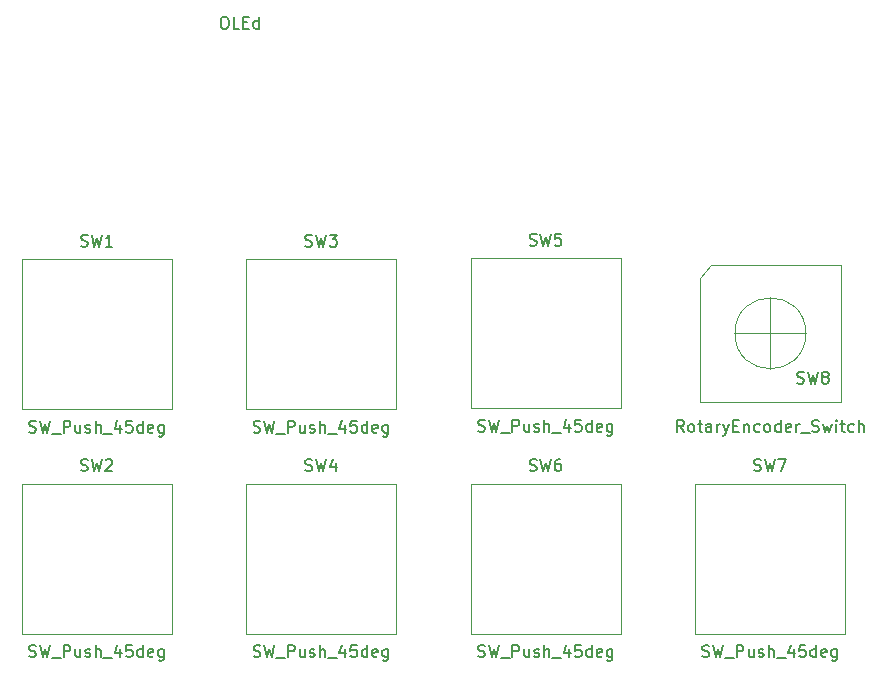
<source format=gbr>
G04 #@! TF.GenerationSoftware,KiCad,Pcbnew,8.0.5*
G04 #@! TF.CreationDate,2024-10-21T21:06:57-07:00*
G04 #@! TF.ProjectId,hackpad,6861636b-7061-4642-9e6b-696361645f70,rev?*
G04 #@! TF.SameCoordinates,Original*
G04 #@! TF.FileFunction,AssemblyDrawing,Top*
%FSLAX46Y46*%
G04 Gerber Fmt 4.6, Leading zero omitted, Abs format (unit mm)*
G04 Created by KiCad (PCBNEW 8.0.5) date 2024-10-21 21:06:57*
%MOMM*%
%LPD*%
G01*
G04 APERTURE LIST*
%ADD10C,0.150000*%
%ADD11C,0.100000*%
%ADD12C,0.120000*%
G04 APERTURE END LIST*
D10*
X252795714Y-159311200D02*
X252938571Y-159358819D01*
X252938571Y-159358819D02*
X253176666Y-159358819D01*
X253176666Y-159358819D02*
X253271904Y-159311200D01*
X253271904Y-159311200D02*
X253319523Y-159263580D01*
X253319523Y-159263580D02*
X253367142Y-159168342D01*
X253367142Y-159168342D02*
X253367142Y-159073104D01*
X253367142Y-159073104D02*
X253319523Y-158977866D01*
X253319523Y-158977866D02*
X253271904Y-158930247D01*
X253271904Y-158930247D02*
X253176666Y-158882628D01*
X253176666Y-158882628D02*
X252986190Y-158835009D01*
X252986190Y-158835009D02*
X252890952Y-158787390D01*
X252890952Y-158787390D02*
X252843333Y-158739771D01*
X252843333Y-158739771D02*
X252795714Y-158644533D01*
X252795714Y-158644533D02*
X252795714Y-158549295D01*
X252795714Y-158549295D02*
X252843333Y-158454057D01*
X252843333Y-158454057D02*
X252890952Y-158406438D01*
X252890952Y-158406438D02*
X252986190Y-158358819D01*
X252986190Y-158358819D02*
X253224285Y-158358819D01*
X253224285Y-158358819D02*
X253367142Y-158406438D01*
X253700476Y-158358819D02*
X253938571Y-159358819D01*
X253938571Y-159358819D02*
X254129047Y-158644533D01*
X254129047Y-158644533D02*
X254319523Y-159358819D01*
X254319523Y-159358819D02*
X254557619Y-158358819D01*
X254700476Y-159454057D02*
X255462380Y-159454057D01*
X255700476Y-159358819D02*
X255700476Y-158358819D01*
X255700476Y-158358819D02*
X256081428Y-158358819D01*
X256081428Y-158358819D02*
X256176666Y-158406438D01*
X256176666Y-158406438D02*
X256224285Y-158454057D01*
X256224285Y-158454057D02*
X256271904Y-158549295D01*
X256271904Y-158549295D02*
X256271904Y-158692152D01*
X256271904Y-158692152D02*
X256224285Y-158787390D01*
X256224285Y-158787390D02*
X256176666Y-158835009D01*
X256176666Y-158835009D02*
X256081428Y-158882628D01*
X256081428Y-158882628D02*
X255700476Y-158882628D01*
X257129047Y-158692152D02*
X257129047Y-159358819D01*
X256700476Y-158692152D02*
X256700476Y-159215961D01*
X256700476Y-159215961D02*
X256748095Y-159311200D01*
X256748095Y-159311200D02*
X256843333Y-159358819D01*
X256843333Y-159358819D02*
X256986190Y-159358819D01*
X256986190Y-159358819D02*
X257081428Y-159311200D01*
X257081428Y-159311200D02*
X257129047Y-159263580D01*
X257557619Y-159311200D02*
X257652857Y-159358819D01*
X257652857Y-159358819D02*
X257843333Y-159358819D01*
X257843333Y-159358819D02*
X257938571Y-159311200D01*
X257938571Y-159311200D02*
X257986190Y-159215961D01*
X257986190Y-159215961D02*
X257986190Y-159168342D01*
X257986190Y-159168342D02*
X257938571Y-159073104D01*
X257938571Y-159073104D02*
X257843333Y-159025485D01*
X257843333Y-159025485D02*
X257700476Y-159025485D01*
X257700476Y-159025485D02*
X257605238Y-158977866D01*
X257605238Y-158977866D02*
X257557619Y-158882628D01*
X257557619Y-158882628D02*
X257557619Y-158835009D01*
X257557619Y-158835009D02*
X257605238Y-158739771D01*
X257605238Y-158739771D02*
X257700476Y-158692152D01*
X257700476Y-158692152D02*
X257843333Y-158692152D01*
X257843333Y-158692152D02*
X257938571Y-158739771D01*
X258414762Y-159358819D02*
X258414762Y-158358819D01*
X258843333Y-159358819D02*
X258843333Y-158835009D01*
X258843333Y-158835009D02*
X258795714Y-158739771D01*
X258795714Y-158739771D02*
X258700476Y-158692152D01*
X258700476Y-158692152D02*
X258557619Y-158692152D01*
X258557619Y-158692152D02*
X258462381Y-158739771D01*
X258462381Y-158739771D02*
X258414762Y-158787390D01*
X259081429Y-159454057D02*
X259843333Y-159454057D01*
X260510000Y-158692152D02*
X260510000Y-159358819D01*
X260271905Y-158311200D02*
X260033810Y-159025485D01*
X260033810Y-159025485D02*
X260652857Y-159025485D01*
X261510000Y-158358819D02*
X261033810Y-158358819D01*
X261033810Y-158358819D02*
X260986191Y-158835009D01*
X260986191Y-158835009D02*
X261033810Y-158787390D01*
X261033810Y-158787390D02*
X261129048Y-158739771D01*
X261129048Y-158739771D02*
X261367143Y-158739771D01*
X261367143Y-158739771D02*
X261462381Y-158787390D01*
X261462381Y-158787390D02*
X261510000Y-158835009D01*
X261510000Y-158835009D02*
X261557619Y-158930247D01*
X261557619Y-158930247D02*
X261557619Y-159168342D01*
X261557619Y-159168342D02*
X261510000Y-159263580D01*
X261510000Y-159263580D02*
X261462381Y-159311200D01*
X261462381Y-159311200D02*
X261367143Y-159358819D01*
X261367143Y-159358819D02*
X261129048Y-159358819D01*
X261129048Y-159358819D02*
X261033810Y-159311200D01*
X261033810Y-159311200D02*
X260986191Y-159263580D01*
X262414762Y-159358819D02*
X262414762Y-158358819D01*
X262414762Y-159311200D02*
X262319524Y-159358819D01*
X262319524Y-159358819D02*
X262129048Y-159358819D01*
X262129048Y-159358819D02*
X262033810Y-159311200D01*
X262033810Y-159311200D02*
X261986191Y-159263580D01*
X261986191Y-159263580D02*
X261938572Y-159168342D01*
X261938572Y-159168342D02*
X261938572Y-158882628D01*
X261938572Y-158882628D02*
X261986191Y-158787390D01*
X261986191Y-158787390D02*
X262033810Y-158739771D01*
X262033810Y-158739771D02*
X262129048Y-158692152D01*
X262129048Y-158692152D02*
X262319524Y-158692152D01*
X262319524Y-158692152D02*
X262414762Y-158739771D01*
X263271905Y-159311200D02*
X263176667Y-159358819D01*
X263176667Y-159358819D02*
X262986191Y-159358819D01*
X262986191Y-159358819D02*
X262890953Y-159311200D01*
X262890953Y-159311200D02*
X262843334Y-159215961D01*
X262843334Y-159215961D02*
X262843334Y-158835009D01*
X262843334Y-158835009D02*
X262890953Y-158739771D01*
X262890953Y-158739771D02*
X262986191Y-158692152D01*
X262986191Y-158692152D02*
X263176667Y-158692152D01*
X263176667Y-158692152D02*
X263271905Y-158739771D01*
X263271905Y-158739771D02*
X263319524Y-158835009D01*
X263319524Y-158835009D02*
X263319524Y-158930247D01*
X263319524Y-158930247D02*
X262843334Y-159025485D01*
X264176667Y-158692152D02*
X264176667Y-159501676D01*
X264176667Y-159501676D02*
X264129048Y-159596914D01*
X264129048Y-159596914D02*
X264081429Y-159644533D01*
X264081429Y-159644533D02*
X263986191Y-159692152D01*
X263986191Y-159692152D02*
X263843334Y-159692152D01*
X263843334Y-159692152D02*
X263748096Y-159644533D01*
X264176667Y-159311200D02*
X264081429Y-159358819D01*
X264081429Y-159358819D02*
X263890953Y-159358819D01*
X263890953Y-159358819D02*
X263795715Y-159311200D01*
X263795715Y-159311200D02*
X263748096Y-159263580D01*
X263748096Y-159263580D02*
X263700477Y-159168342D01*
X263700477Y-159168342D02*
X263700477Y-158882628D01*
X263700477Y-158882628D02*
X263748096Y-158787390D01*
X263748096Y-158787390D02*
X263795715Y-158739771D01*
X263795715Y-158739771D02*
X263890953Y-158692152D01*
X263890953Y-158692152D02*
X264081429Y-158692152D01*
X264081429Y-158692152D02*
X264176667Y-158739771D01*
X257176667Y-143563200D02*
X257319524Y-143610819D01*
X257319524Y-143610819D02*
X257557619Y-143610819D01*
X257557619Y-143610819D02*
X257652857Y-143563200D01*
X257652857Y-143563200D02*
X257700476Y-143515580D01*
X257700476Y-143515580D02*
X257748095Y-143420342D01*
X257748095Y-143420342D02*
X257748095Y-143325104D01*
X257748095Y-143325104D02*
X257700476Y-143229866D01*
X257700476Y-143229866D02*
X257652857Y-143182247D01*
X257652857Y-143182247D02*
X257557619Y-143134628D01*
X257557619Y-143134628D02*
X257367143Y-143087009D01*
X257367143Y-143087009D02*
X257271905Y-143039390D01*
X257271905Y-143039390D02*
X257224286Y-142991771D01*
X257224286Y-142991771D02*
X257176667Y-142896533D01*
X257176667Y-142896533D02*
X257176667Y-142801295D01*
X257176667Y-142801295D02*
X257224286Y-142706057D01*
X257224286Y-142706057D02*
X257271905Y-142658438D01*
X257271905Y-142658438D02*
X257367143Y-142610819D01*
X257367143Y-142610819D02*
X257605238Y-142610819D01*
X257605238Y-142610819D02*
X257748095Y-142658438D01*
X258081429Y-142610819D02*
X258319524Y-143610819D01*
X258319524Y-143610819D02*
X258510000Y-142896533D01*
X258510000Y-142896533D02*
X258700476Y-143610819D01*
X258700476Y-143610819D02*
X258938572Y-142610819D01*
X259224286Y-142610819D02*
X259890952Y-142610819D01*
X259890952Y-142610819D02*
X259462381Y-143610819D01*
X233795714Y-140231200D02*
X233938571Y-140278819D01*
X233938571Y-140278819D02*
X234176666Y-140278819D01*
X234176666Y-140278819D02*
X234271904Y-140231200D01*
X234271904Y-140231200D02*
X234319523Y-140183580D01*
X234319523Y-140183580D02*
X234367142Y-140088342D01*
X234367142Y-140088342D02*
X234367142Y-139993104D01*
X234367142Y-139993104D02*
X234319523Y-139897866D01*
X234319523Y-139897866D02*
X234271904Y-139850247D01*
X234271904Y-139850247D02*
X234176666Y-139802628D01*
X234176666Y-139802628D02*
X233986190Y-139755009D01*
X233986190Y-139755009D02*
X233890952Y-139707390D01*
X233890952Y-139707390D02*
X233843333Y-139659771D01*
X233843333Y-139659771D02*
X233795714Y-139564533D01*
X233795714Y-139564533D02*
X233795714Y-139469295D01*
X233795714Y-139469295D02*
X233843333Y-139374057D01*
X233843333Y-139374057D02*
X233890952Y-139326438D01*
X233890952Y-139326438D02*
X233986190Y-139278819D01*
X233986190Y-139278819D02*
X234224285Y-139278819D01*
X234224285Y-139278819D02*
X234367142Y-139326438D01*
X234700476Y-139278819D02*
X234938571Y-140278819D01*
X234938571Y-140278819D02*
X235129047Y-139564533D01*
X235129047Y-139564533D02*
X235319523Y-140278819D01*
X235319523Y-140278819D02*
X235557619Y-139278819D01*
X235700476Y-140374057D02*
X236462380Y-140374057D01*
X236700476Y-140278819D02*
X236700476Y-139278819D01*
X236700476Y-139278819D02*
X237081428Y-139278819D01*
X237081428Y-139278819D02*
X237176666Y-139326438D01*
X237176666Y-139326438D02*
X237224285Y-139374057D01*
X237224285Y-139374057D02*
X237271904Y-139469295D01*
X237271904Y-139469295D02*
X237271904Y-139612152D01*
X237271904Y-139612152D02*
X237224285Y-139707390D01*
X237224285Y-139707390D02*
X237176666Y-139755009D01*
X237176666Y-139755009D02*
X237081428Y-139802628D01*
X237081428Y-139802628D02*
X236700476Y-139802628D01*
X238129047Y-139612152D02*
X238129047Y-140278819D01*
X237700476Y-139612152D02*
X237700476Y-140135961D01*
X237700476Y-140135961D02*
X237748095Y-140231200D01*
X237748095Y-140231200D02*
X237843333Y-140278819D01*
X237843333Y-140278819D02*
X237986190Y-140278819D01*
X237986190Y-140278819D02*
X238081428Y-140231200D01*
X238081428Y-140231200D02*
X238129047Y-140183580D01*
X238557619Y-140231200D02*
X238652857Y-140278819D01*
X238652857Y-140278819D02*
X238843333Y-140278819D01*
X238843333Y-140278819D02*
X238938571Y-140231200D01*
X238938571Y-140231200D02*
X238986190Y-140135961D01*
X238986190Y-140135961D02*
X238986190Y-140088342D01*
X238986190Y-140088342D02*
X238938571Y-139993104D01*
X238938571Y-139993104D02*
X238843333Y-139945485D01*
X238843333Y-139945485D02*
X238700476Y-139945485D01*
X238700476Y-139945485D02*
X238605238Y-139897866D01*
X238605238Y-139897866D02*
X238557619Y-139802628D01*
X238557619Y-139802628D02*
X238557619Y-139755009D01*
X238557619Y-139755009D02*
X238605238Y-139659771D01*
X238605238Y-139659771D02*
X238700476Y-139612152D01*
X238700476Y-139612152D02*
X238843333Y-139612152D01*
X238843333Y-139612152D02*
X238938571Y-139659771D01*
X239414762Y-140278819D02*
X239414762Y-139278819D01*
X239843333Y-140278819D02*
X239843333Y-139755009D01*
X239843333Y-139755009D02*
X239795714Y-139659771D01*
X239795714Y-139659771D02*
X239700476Y-139612152D01*
X239700476Y-139612152D02*
X239557619Y-139612152D01*
X239557619Y-139612152D02*
X239462381Y-139659771D01*
X239462381Y-139659771D02*
X239414762Y-139707390D01*
X240081429Y-140374057D02*
X240843333Y-140374057D01*
X241510000Y-139612152D02*
X241510000Y-140278819D01*
X241271905Y-139231200D02*
X241033810Y-139945485D01*
X241033810Y-139945485D02*
X241652857Y-139945485D01*
X242510000Y-139278819D02*
X242033810Y-139278819D01*
X242033810Y-139278819D02*
X241986191Y-139755009D01*
X241986191Y-139755009D02*
X242033810Y-139707390D01*
X242033810Y-139707390D02*
X242129048Y-139659771D01*
X242129048Y-139659771D02*
X242367143Y-139659771D01*
X242367143Y-139659771D02*
X242462381Y-139707390D01*
X242462381Y-139707390D02*
X242510000Y-139755009D01*
X242510000Y-139755009D02*
X242557619Y-139850247D01*
X242557619Y-139850247D02*
X242557619Y-140088342D01*
X242557619Y-140088342D02*
X242510000Y-140183580D01*
X242510000Y-140183580D02*
X242462381Y-140231200D01*
X242462381Y-140231200D02*
X242367143Y-140278819D01*
X242367143Y-140278819D02*
X242129048Y-140278819D01*
X242129048Y-140278819D02*
X242033810Y-140231200D01*
X242033810Y-140231200D02*
X241986191Y-140183580D01*
X243414762Y-140278819D02*
X243414762Y-139278819D01*
X243414762Y-140231200D02*
X243319524Y-140278819D01*
X243319524Y-140278819D02*
X243129048Y-140278819D01*
X243129048Y-140278819D02*
X243033810Y-140231200D01*
X243033810Y-140231200D02*
X242986191Y-140183580D01*
X242986191Y-140183580D02*
X242938572Y-140088342D01*
X242938572Y-140088342D02*
X242938572Y-139802628D01*
X242938572Y-139802628D02*
X242986191Y-139707390D01*
X242986191Y-139707390D02*
X243033810Y-139659771D01*
X243033810Y-139659771D02*
X243129048Y-139612152D01*
X243129048Y-139612152D02*
X243319524Y-139612152D01*
X243319524Y-139612152D02*
X243414762Y-139659771D01*
X244271905Y-140231200D02*
X244176667Y-140278819D01*
X244176667Y-140278819D02*
X243986191Y-140278819D01*
X243986191Y-140278819D02*
X243890953Y-140231200D01*
X243890953Y-140231200D02*
X243843334Y-140135961D01*
X243843334Y-140135961D02*
X243843334Y-139755009D01*
X243843334Y-139755009D02*
X243890953Y-139659771D01*
X243890953Y-139659771D02*
X243986191Y-139612152D01*
X243986191Y-139612152D02*
X244176667Y-139612152D01*
X244176667Y-139612152D02*
X244271905Y-139659771D01*
X244271905Y-139659771D02*
X244319524Y-139755009D01*
X244319524Y-139755009D02*
X244319524Y-139850247D01*
X244319524Y-139850247D02*
X243843334Y-139945485D01*
X245176667Y-139612152D02*
X245176667Y-140421676D01*
X245176667Y-140421676D02*
X245129048Y-140516914D01*
X245129048Y-140516914D02*
X245081429Y-140564533D01*
X245081429Y-140564533D02*
X244986191Y-140612152D01*
X244986191Y-140612152D02*
X244843334Y-140612152D01*
X244843334Y-140612152D02*
X244748096Y-140564533D01*
X245176667Y-140231200D02*
X245081429Y-140278819D01*
X245081429Y-140278819D02*
X244890953Y-140278819D01*
X244890953Y-140278819D02*
X244795715Y-140231200D01*
X244795715Y-140231200D02*
X244748096Y-140183580D01*
X244748096Y-140183580D02*
X244700477Y-140088342D01*
X244700477Y-140088342D02*
X244700477Y-139802628D01*
X244700477Y-139802628D02*
X244748096Y-139707390D01*
X244748096Y-139707390D02*
X244795715Y-139659771D01*
X244795715Y-139659771D02*
X244890953Y-139612152D01*
X244890953Y-139612152D02*
X245081429Y-139612152D01*
X245081429Y-139612152D02*
X245176667Y-139659771D01*
X238176667Y-124483200D02*
X238319524Y-124530819D01*
X238319524Y-124530819D02*
X238557619Y-124530819D01*
X238557619Y-124530819D02*
X238652857Y-124483200D01*
X238652857Y-124483200D02*
X238700476Y-124435580D01*
X238700476Y-124435580D02*
X238748095Y-124340342D01*
X238748095Y-124340342D02*
X238748095Y-124245104D01*
X238748095Y-124245104D02*
X238700476Y-124149866D01*
X238700476Y-124149866D02*
X238652857Y-124102247D01*
X238652857Y-124102247D02*
X238557619Y-124054628D01*
X238557619Y-124054628D02*
X238367143Y-124007009D01*
X238367143Y-124007009D02*
X238271905Y-123959390D01*
X238271905Y-123959390D02*
X238224286Y-123911771D01*
X238224286Y-123911771D02*
X238176667Y-123816533D01*
X238176667Y-123816533D02*
X238176667Y-123721295D01*
X238176667Y-123721295D02*
X238224286Y-123626057D01*
X238224286Y-123626057D02*
X238271905Y-123578438D01*
X238271905Y-123578438D02*
X238367143Y-123530819D01*
X238367143Y-123530819D02*
X238605238Y-123530819D01*
X238605238Y-123530819D02*
X238748095Y-123578438D01*
X239081429Y-123530819D02*
X239319524Y-124530819D01*
X239319524Y-124530819D02*
X239510000Y-123816533D01*
X239510000Y-123816533D02*
X239700476Y-124530819D01*
X239700476Y-124530819D02*
X239938572Y-123530819D01*
X240795714Y-123530819D02*
X240319524Y-123530819D01*
X240319524Y-123530819D02*
X240271905Y-124007009D01*
X240271905Y-124007009D02*
X240319524Y-123959390D01*
X240319524Y-123959390D02*
X240414762Y-123911771D01*
X240414762Y-123911771D02*
X240652857Y-123911771D01*
X240652857Y-123911771D02*
X240748095Y-123959390D01*
X240748095Y-123959390D02*
X240795714Y-124007009D01*
X240795714Y-124007009D02*
X240843333Y-124102247D01*
X240843333Y-124102247D02*
X240843333Y-124340342D01*
X240843333Y-124340342D02*
X240795714Y-124435580D01*
X240795714Y-124435580D02*
X240748095Y-124483200D01*
X240748095Y-124483200D02*
X240652857Y-124530819D01*
X240652857Y-124530819D02*
X240414762Y-124530819D01*
X240414762Y-124530819D02*
X240319524Y-124483200D01*
X240319524Y-124483200D02*
X240271905Y-124435580D01*
X195795714Y-159311200D02*
X195938571Y-159358819D01*
X195938571Y-159358819D02*
X196176666Y-159358819D01*
X196176666Y-159358819D02*
X196271904Y-159311200D01*
X196271904Y-159311200D02*
X196319523Y-159263580D01*
X196319523Y-159263580D02*
X196367142Y-159168342D01*
X196367142Y-159168342D02*
X196367142Y-159073104D01*
X196367142Y-159073104D02*
X196319523Y-158977866D01*
X196319523Y-158977866D02*
X196271904Y-158930247D01*
X196271904Y-158930247D02*
X196176666Y-158882628D01*
X196176666Y-158882628D02*
X195986190Y-158835009D01*
X195986190Y-158835009D02*
X195890952Y-158787390D01*
X195890952Y-158787390D02*
X195843333Y-158739771D01*
X195843333Y-158739771D02*
X195795714Y-158644533D01*
X195795714Y-158644533D02*
X195795714Y-158549295D01*
X195795714Y-158549295D02*
X195843333Y-158454057D01*
X195843333Y-158454057D02*
X195890952Y-158406438D01*
X195890952Y-158406438D02*
X195986190Y-158358819D01*
X195986190Y-158358819D02*
X196224285Y-158358819D01*
X196224285Y-158358819D02*
X196367142Y-158406438D01*
X196700476Y-158358819D02*
X196938571Y-159358819D01*
X196938571Y-159358819D02*
X197129047Y-158644533D01*
X197129047Y-158644533D02*
X197319523Y-159358819D01*
X197319523Y-159358819D02*
X197557619Y-158358819D01*
X197700476Y-159454057D02*
X198462380Y-159454057D01*
X198700476Y-159358819D02*
X198700476Y-158358819D01*
X198700476Y-158358819D02*
X199081428Y-158358819D01*
X199081428Y-158358819D02*
X199176666Y-158406438D01*
X199176666Y-158406438D02*
X199224285Y-158454057D01*
X199224285Y-158454057D02*
X199271904Y-158549295D01*
X199271904Y-158549295D02*
X199271904Y-158692152D01*
X199271904Y-158692152D02*
X199224285Y-158787390D01*
X199224285Y-158787390D02*
X199176666Y-158835009D01*
X199176666Y-158835009D02*
X199081428Y-158882628D01*
X199081428Y-158882628D02*
X198700476Y-158882628D01*
X200129047Y-158692152D02*
X200129047Y-159358819D01*
X199700476Y-158692152D02*
X199700476Y-159215961D01*
X199700476Y-159215961D02*
X199748095Y-159311200D01*
X199748095Y-159311200D02*
X199843333Y-159358819D01*
X199843333Y-159358819D02*
X199986190Y-159358819D01*
X199986190Y-159358819D02*
X200081428Y-159311200D01*
X200081428Y-159311200D02*
X200129047Y-159263580D01*
X200557619Y-159311200D02*
X200652857Y-159358819D01*
X200652857Y-159358819D02*
X200843333Y-159358819D01*
X200843333Y-159358819D02*
X200938571Y-159311200D01*
X200938571Y-159311200D02*
X200986190Y-159215961D01*
X200986190Y-159215961D02*
X200986190Y-159168342D01*
X200986190Y-159168342D02*
X200938571Y-159073104D01*
X200938571Y-159073104D02*
X200843333Y-159025485D01*
X200843333Y-159025485D02*
X200700476Y-159025485D01*
X200700476Y-159025485D02*
X200605238Y-158977866D01*
X200605238Y-158977866D02*
X200557619Y-158882628D01*
X200557619Y-158882628D02*
X200557619Y-158835009D01*
X200557619Y-158835009D02*
X200605238Y-158739771D01*
X200605238Y-158739771D02*
X200700476Y-158692152D01*
X200700476Y-158692152D02*
X200843333Y-158692152D01*
X200843333Y-158692152D02*
X200938571Y-158739771D01*
X201414762Y-159358819D02*
X201414762Y-158358819D01*
X201843333Y-159358819D02*
X201843333Y-158835009D01*
X201843333Y-158835009D02*
X201795714Y-158739771D01*
X201795714Y-158739771D02*
X201700476Y-158692152D01*
X201700476Y-158692152D02*
X201557619Y-158692152D01*
X201557619Y-158692152D02*
X201462381Y-158739771D01*
X201462381Y-158739771D02*
X201414762Y-158787390D01*
X202081429Y-159454057D02*
X202843333Y-159454057D01*
X203510000Y-158692152D02*
X203510000Y-159358819D01*
X203271905Y-158311200D02*
X203033810Y-159025485D01*
X203033810Y-159025485D02*
X203652857Y-159025485D01*
X204510000Y-158358819D02*
X204033810Y-158358819D01*
X204033810Y-158358819D02*
X203986191Y-158835009D01*
X203986191Y-158835009D02*
X204033810Y-158787390D01*
X204033810Y-158787390D02*
X204129048Y-158739771D01*
X204129048Y-158739771D02*
X204367143Y-158739771D01*
X204367143Y-158739771D02*
X204462381Y-158787390D01*
X204462381Y-158787390D02*
X204510000Y-158835009D01*
X204510000Y-158835009D02*
X204557619Y-158930247D01*
X204557619Y-158930247D02*
X204557619Y-159168342D01*
X204557619Y-159168342D02*
X204510000Y-159263580D01*
X204510000Y-159263580D02*
X204462381Y-159311200D01*
X204462381Y-159311200D02*
X204367143Y-159358819D01*
X204367143Y-159358819D02*
X204129048Y-159358819D01*
X204129048Y-159358819D02*
X204033810Y-159311200D01*
X204033810Y-159311200D02*
X203986191Y-159263580D01*
X205414762Y-159358819D02*
X205414762Y-158358819D01*
X205414762Y-159311200D02*
X205319524Y-159358819D01*
X205319524Y-159358819D02*
X205129048Y-159358819D01*
X205129048Y-159358819D02*
X205033810Y-159311200D01*
X205033810Y-159311200D02*
X204986191Y-159263580D01*
X204986191Y-159263580D02*
X204938572Y-159168342D01*
X204938572Y-159168342D02*
X204938572Y-158882628D01*
X204938572Y-158882628D02*
X204986191Y-158787390D01*
X204986191Y-158787390D02*
X205033810Y-158739771D01*
X205033810Y-158739771D02*
X205129048Y-158692152D01*
X205129048Y-158692152D02*
X205319524Y-158692152D01*
X205319524Y-158692152D02*
X205414762Y-158739771D01*
X206271905Y-159311200D02*
X206176667Y-159358819D01*
X206176667Y-159358819D02*
X205986191Y-159358819D01*
X205986191Y-159358819D02*
X205890953Y-159311200D01*
X205890953Y-159311200D02*
X205843334Y-159215961D01*
X205843334Y-159215961D02*
X205843334Y-158835009D01*
X205843334Y-158835009D02*
X205890953Y-158739771D01*
X205890953Y-158739771D02*
X205986191Y-158692152D01*
X205986191Y-158692152D02*
X206176667Y-158692152D01*
X206176667Y-158692152D02*
X206271905Y-158739771D01*
X206271905Y-158739771D02*
X206319524Y-158835009D01*
X206319524Y-158835009D02*
X206319524Y-158930247D01*
X206319524Y-158930247D02*
X205843334Y-159025485D01*
X207176667Y-158692152D02*
X207176667Y-159501676D01*
X207176667Y-159501676D02*
X207129048Y-159596914D01*
X207129048Y-159596914D02*
X207081429Y-159644533D01*
X207081429Y-159644533D02*
X206986191Y-159692152D01*
X206986191Y-159692152D02*
X206843334Y-159692152D01*
X206843334Y-159692152D02*
X206748096Y-159644533D01*
X207176667Y-159311200D02*
X207081429Y-159358819D01*
X207081429Y-159358819D02*
X206890953Y-159358819D01*
X206890953Y-159358819D02*
X206795715Y-159311200D01*
X206795715Y-159311200D02*
X206748096Y-159263580D01*
X206748096Y-159263580D02*
X206700477Y-159168342D01*
X206700477Y-159168342D02*
X206700477Y-158882628D01*
X206700477Y-158882628D02*
X206748096Y-158787390D01*
X206748096Y-158787390D02*
X206795715Y-158739771D01*
X206795715Y-158739771D02*
X206890953Y-158692152D01*
X206890953Y-158692152D02*
X207081429Y-158692152D01*
X207081429Y-158692152D02*
X207176667Y-158739771D01*
X200176667Y-143563200D02*
X200319524Y-143610819D01*
X200319524Y-143610819D02*
X200557619Y-143610819D01*
X200557619Y-143610819D02*
X200652857Y-143563200D01*
X200652857Y-143563200D02*
X200700476Y-143515580D01*
X200700476Y-143515580D02*
X200748095Y-143420342D01*
X200748095Y-143420342D02*
X200748095Y-143325104D01*
X200748095Y-143325104D02*
X200700476Y-143229866D01*
X200700476Y-143229866D02*
X200652857Y-143182247D01*
X200652857Y-143182247D02*
X200557619Y-143134628D01*
X200557619Y-143134628D02*
X200367143Y-143087009D01*
X200367143Y-143087009D02*
X200271905Y-143039390D01*
X200271905Y-143039390D02*
X200224286Y-142991771D01*
X200224286Y-142991771D02*
X200176667Y-142896533D01*
X200176667Y-142896533D02*
X200176667Y-142801295D01*
X200176667Y-142801295D02*
X200224286Y-142706057D01*
X200224286Y-142706057D02*
X200271905Y-142658438D01*
X200271905Y-142658438D02*
X200367143Y-142610819D01*
X200367143Y-142610819D02*
X200605238Y-142610819D01*
X200605238Y-142610819D02*
X200748095Y-142658438D01*
X201081429Y-142610819D02*
X201319524Y-143610819D01*
X201319524Y-143610819D02*
X201510000Y-142896533D01*
X201510000Y-142896533D02*
X201700476Y-143610819D01*
X201700476Y-143610819D02*
X201938572Y-142610819D01*
X202271905Y-142706057D02*
X202319524Y-142658438D01*
X202319524Y-142658438D02*
X202414762Y-142610819D01*
X202414762Y-142610819D02*
X202652857Y-142610819D01*
X202652857Y-142610819D02*
X202748095Y-142658438D01*
X202748095Y-142658438D02*
X202795714Y-142706057D01*
X202795714Y-142706057D02*
X202843333Y-142801295D01*
X202843333Y-142801295D02*
X202843333Y-142896533D01*
X202843333Y-142896533D02*
X202795714Y-143039390D01*
X202795714Y-143039390D02*
X202224286Y-143610819D01*
X202224286Y-143610819D02*
X202843333Y-143610819D01*
X195795714Y-140311200D02*
X195938571Y-140358819D01*
X195938571Y-140358819D02*
X196176666Y-140358819D01*
X196176666Y-140358819D02*
X196271904Y-140311200D01*
X196271904Y-140311200D02*
X196319523Y-140263580D01*
X196319523Y-140263580D02*
X196367142Y-140168342D01*
X196367142Y-140168342D02*
X196367142Y-140073104D01*
X196367142Y-140073104D02*
X196319523Y-139977866D01*
X196319523Y-139977866D02*
X196271904Y-139930247D01*
X196271904Y-139930247D02*
X196176666Y-139882628D01*
X196176666Y-139882628D02*
X195986190Y-139835009D01*
X195986190Y-139835009D02*
X195890952Y-139787390D01*
X195890952Y-139787390D02*
X195843333Y-139739771D01*
X195843333Y-139739771D02*
X195795714Y-139644533D01*
X195795714Y-139644533D02*
X195795714Y-139549295D01*
X195795714Y-139549295D02*
X195843333Y-139454057D01*
X195843333Y-139454057D02*
X195890952Y-139406438D01*
X195890952Y-139406438D02*
X195986190Y-139358819D01*
X195986190Y-139358819D02*
X196224285Y-139358819D01*
X196224285Y-139358819D02*
X196367142Y-139406438D01*
X196700476Y-139358819D02*
X196938571Y-140358819D01*
X196938571Y-140358819D02*
X197129047Y-139644533D01*
X197129047Y-139644533D02*
X197319523Y-140358819D01*
X197319523Y-140358819D02*
X197557619Y-139358819D01*
X197700476Y-140454057D02*
X198462380Y-140454057D01*
X198700476Y-140358819D02*
X198700476Y-139358819D01*
X198700476Y-139358819D02*
X199081428Y-139358819D01*
X199081428Y-139358819D02*
X199176666Y-139406438D01*
X199176666Y-139406438D02*
X199224285Y-139454057D01*
X199224285Y-139454057D02*
X199271904Y-139549295D01*
X199271904Y-139549295D02*
X199271904Y-139692152D01*
X199271904Y-139692152D02*
X199224285Y-139787390D01*
X199224285Y-139787390D02*
X199176666Y-139835009D01*
X199176666Y-139835009D02*
X199081428Y-139882628D01*
X199081428Y-139882628D02*
X198700476Y-139882628D01*
X200129047Y-139692152D02*
X200129047Y-140358819D01*
X199700476Y-139692152D02*
X199700476Y-140215961D01*
X199700476Y-140215961D02*
X199748095Y-140311200D01*
X199748095Y-140311200D02*
X199843333Y-140358819D01*
X199843333Y-140358819D02*
X199986190Y-140358819D01*
X199986190Y-140358819D02*
X200081428Y-140311200D01*
X200081428Y-140311200D02*
X200129047Y-140263580D01*
X200557619Y-140311200D02*
X200652857Y-140358819D01*
X200652857Y-140358819D02*
X200843333Y-140358819D01*
X200843333Y-140358819D02*
X200938571Y-140311200D01*
X200938571Y-140311200D02*
X200986190Y-140215961D01*
X200986190Y-140215961D02*
X200986190Y-140168342D01*
X200986190Y-140168342D02*
X200938571Y-140073104D01*
X200938571Y-140073104D02*
X200843333Y-140025485D01*
X200843333Y-140025485D02*
X200700476Y-140025485D01*
X200700476Y-140025485D02*
X200605238Y-139977866D01*
X200605238Y-139977866D02*
X200557619Y-139882628D01*
X200557619Y-139882628D02*
X200557619Y-139835009D01*
X200557619Y-139835009D02*
X200605238Y-139739771D01*
X200605238Y-139739771D02*
X200700476Y-139692152D01*
X200700476Y-139692152D02*
X200843333Y-139692152D01*
X200843333Y-139692152D02*
X200938571Y-139739771D01*
X201414762Y-140358819D02*
X201414762Y-139358819D01*
X201843333Y-140358819D02*
X201843333Y-139835009D01*
X201843333Y-139835009D02*
X201795714Y-139739771D01*
X201795714Y-139739771D02*
X201700476Y-139692152D01*
X201700476Y-139692152D02*
X201557619Y-139692152D01*
X201557619Y-139692152D02*
X201462381Y-139739771D01*
X201462381Y-139739771D02*
X201414762Y-139787390D01*
X202081429Y-140454057D02*
X202843333Y-140454057D01*
X203510000Y-139692152D02*
X203510000Y-140358819D01*
X203271905Y-139311200D02*
X203033810Y-140025485D01*
X203033810Y-140025485D02*
X203652857Y-140025485D01*
X204510000Y-139358819D02*
X204033810Y-139358819D01*
X204033810Y-139358819D02*
X203986191Y-139835009D01*
X203986191Y-139835009D02*
X204033810Y-139787390D01*
X204033810Y-139787390D02*
X204129048Y-139739771D01*
X204129048Y-139739771D02*
X204367143Y-139739771D01*
X204367143Y-139739771D02*
X204462381Y-139787390D01*
X204462381Y-139787390D02*
X204510000Y-139835009D01*
X204510000Y-139835009D02*
X204557619Y-139930247D01*
X204557619Y-139930247D02*
X204557619Y-140168342D01*
X204557619Y-140168342D02*
X204510000Y-140263580D01*
X204510000Y-140263580D02*
X204462381Y-140311200D01*
X204462381Y-140311200D02*
X204367143Y-140358819D01*
X204367143Y-140358819D02*
X204129048Y-140358819D01*
X204129048Y-140358819D02*
X204033810Y-140311200D01*
X204033810Y-140311200D02*
X203986191Y-140263580D01*
X205414762Y-140358819D02*
X205414762Y-139358819D01*
X205414762Y-140311200D02*
X205319524Y-140358819D01*
X205319524Y-140358819D02*
X205129048Y-140358819D01*
X205129048Y-140358819D02*
X205033810Y-140311200D01*
X205033810Y-140311200D02*
X204986191Y-140263580D01*
X204986191Y-140263580D02*
X204938572Y-140168342D01*
X204938572Y-140168342D02*
X204938572Y-139882628D01*
X204938572Y-139882628D02*
X204986191Y-139787390D01*
X204986191Y-139787390D02*
X205033810Y-139739771D01*
X205033810Y-139739771D02*
X205129048Y-139692152D01*
X205129048Y-139692152D02*
X205319524Y-139692152D01*
X205319524Y-139692152D02*
X205414762Y-139739771D01*
X206271905Y-140311200D02*
X206176667Y-140358819D01*
X206176667Y-140358819D02*
X205986191Y-140358819D01*
X205986191Y-140358819D02*
X205890953Y-140311200D01*
X205890953Y-140311200D02*
X205843334Y-140215961D01*
X205843334Y-140215961D02*
X205843334Y-139835009D01*
X205843334Y-139835009D02*
X205890953Y-139739771D01*
X205890953Y-139739771D02*
X205986191Y-139692152D01*
X205986191Y-139692152D02*
X206176667Y-139692152D01*
X206176667Y-139692152D02*
X206271905Y-139739771D01*
X206271905Y-139739771D02*
X206319524Y-139835009D01*
X206319524Y-139835009D02*
X206319524Y-139930247D01*
X206319524Y-139930247D02*
X205843334Y-140025485D01*
X207176667Y-139692152D02*
X207176667Y-140501676D01*
X207176667Y-140501676D02*
X207129048Y-140596914D01*
X207129048Y-140596914D02*
X207081429Y-140644533D01*
X207081429Y-140644533D02*
X206986191Y-140692152D01*
X206986191Y-140692152D02*
X206843334Y-140692152D01*
X206843334Y-140692152D02*
X206748096Y-140644533D01*
X207176667Y-140311200D02*
X207081429Y-140358819D01*
X207081429Y-140358819D02*
X206890953Y-140358819D01*
X206890953Y-140358819D02*
X206795715Y-140311200D01*
X206795715Y-140311200D02*
X206748096Y-140263580D01*
X206748096Y-140263580D02*
X206700477Y-140168342D01*
X206700477Y-140168342D02*
X206700477Y-139882628D01*
X206700477Y-139882628D02*
X206748096Y-139787390D01*
X206748096Y-139787390D02*
X206795715Y-139739771D01*
X206795715Y-139739771D02*
X206890953Y-139692152D01*
X206890953Y-139692152D02*
X207081429Y-139692152D01*
X207081429Y-139692152D02*
X207176667Y-139739771D01*
X200176667Y-124563200D02*
X200319524Y-124610819D01*
X200319524Y-124610819D02*
X200557619Y-124610819D01*
X200557619Y-124610819D02*
X200652857Y-124563200D01*
X200652857Y-124563200D02*
X200700476Y-124515580D01*
X200700476Y-124515580D02*
X200748095Y-124420342D01*
X200748095Y-124420342D02*
X200748095Y-124325104D01*
X200748095Y-124325104D02*
X200700476Y-124229866D01*
X200700476Y-124229866D02*
X200652857Y-124182247D01*
X200652857Y-124182247D02*
X200557619Y-124134628D01*
X200557619Y-124134628D02*
X200367143Y-124087009D01*
X200367143Y-124087009D02*
X200271905Y-124039390D01*
X200271905Y-124039390D02*
X200224286Y-123991771D01*
X200224286Y-123991771D02*
X200176667Y-123896533D01*
X200176667Y-123896533D02*
X200176667Y-123801295D01*
X200176667Y-123801295D02*
X200224286Y-123706057D01*
X200224286Y-123706057D02*
X200271905Y-123658438D01*
X200271905Y-123658438D02*
X200367143Y-123610819D01*
X200367143Y-123610819D02*
X200605238Y-123610819D01*
X200605238Y-123610819D02*
X200748095Y-123658438D01*
X201081429Y-123610819D02*
X201319524Y-124610819D01*
X201319524Y-124610819D02*
X201510000Y-123896533D01*
X201510000Y-123896533D02*
X201700476Y-124610819D01*
X201700476Y-124610819D02*
X201938572Y-123610819D01*
X202843333Y-124610819D02*
X202271905Y-124610819D01*
X202557619Y-124610819D02*
X202557619Y-123610819D01*
X202557619Y-123610819D02*
X202462381Y-123753676D01*
X202462381Y-123753676D02*
X202367143Y-123848914D01*
X202367143Y-123848914D02*
X202271905Y-123896533D01*
X233795714Y-159311200D02*
X233938571Y-159358819D01*
X233938571Y-159358819D02*
X234176666Y-159358819D01*
X234176666Y-159358819D02*
X234271904Y-159311200D01*
X234271904Y-159311200D02*
X234319523Y-159263580D01*
X234319523Y-159263580D02*
X234367142Y-159168342D01*
X234367142Y-159168342D02*
X234367142Y-159073104D01*
X234367142Y-159073104D02*
X234319523Y-158977866D01*
X234319523Y-158977866D02*
X234271904Y-158930247D01*
X234271904Y-158930247D02*
X234176666Y-158882628D01*
X234176666Y-158882628D02*
X233986190Y-158835009D01*
X233986190Y-158835009D02*
X233890952Y-158787390D01*
X233890952Y-158787390D02*
X233843333Y-158739771D01*
X233843333Y-158739771D02*
X233795714Y-158644533D01*
X233795714Y-158644533D02*
X233795714Y-158549295D01*
X233795714Y-158549295D02*
X233843333Y-158454057D01*
X233843333Y-158454057D02*
X233890952Y-158406438D01*
X233890952Y-158406438D02*
X233986190Y-158358819D01*
X233986190Y-158358819D02*
X234224285Y-158358819D01*
X234224285Y-158358819D02*
X234367142Y-158406438D01*
X234700476Y-158358819D02*
X234938571Y-159358819D01*
X234938571Y-159358819D02*
X235129047Y-158644533D01*
X235129047Y-158644533D02*
X235319523Y-159358819D01*
X235319523Y-159358819D02*
X235557619Y-158358819D01*
X235700476Y-159454057D02*
X236462380Y-159454057D01*
X236700476Y-159358819D02*
X236700476Y-158358819D01*
X236700476Y-158358819D02*
X237081428Y-158358819D01*
X237081428Y-158358819D02*
X237176666Y-158406438D01*
X237176666Y-158406438D02*
X237224285Y-158454057D01*
X237224285Y-158454057D02*
X237271904Y-158549295D01*
X237271904Y-158549295D02*
X237271904Y-158692152D01*
X237271904Y-158692152D02*
X237224285Y-158787390D01*
X237224285Y-158787390D02*
X237176666Y-158835009D01*
X237176666Y-158835009D02*
X237081428Y-158882628D01*
X237081428Y-158882628D02*
X236700476Y-158882628D01*
X238129047Y-158692152D02*
X238129047Y-159358819D01*
X237700476Y-158692152D02*
X237700476Y-159215961D01*
X237700476Y-159215961D02*
X237748095Y-159311200D01*
X237748095Y-159311200D02*
X237843333Y-159358819D01*
X237843333Y-159358819D02*
X237986190Y-159358819D01*
X237986190Y-159358819D02*
X238081428Y-159311200D01*
X238081428Y-159311200D02*
X238129047Y-159263580D01*
X238557619Y-159311200D02*
X238652857Y-159358819D01*
X238652857Y-159358819D02*
X238843333Y-159358819D01*
X238843333Y-159358819D02*
X238938571Y-159311200D01*
X238938571Y-159311200D02*
X238986190Y-159215961D01*
X238986190Y-159215961D02*
X238986190Y-159168342D01*
X238986190Y-159168342D02*
X238938571Y-159073104D01*
X238938571Y-159073104D02*
X238843333Y-159025485D01*
X238843333Y-159025485D02*
X238700476Y-159025485D01*
X238700476Y-159025485D02*
X238605238Y-158977866D01*
X238605238Y-158977866D02*
X238557619Y-158882628D01*
X238557619Y-158882628D02*
X238557619Y-158835009D01*
X238557619Y-158835009D02*
X238605238Y-158739771D01*
X238605238Y-158739771D02*
X238700476Y-158692152D01*
X238700476Y-158692152D02*
X238843333Y-158692152D01*
X238843333Y-158692152D02*
X238938571Y-158739771D01*
X239414762Y-159358819D02*
X239414762Y-158358819D01*
X239843333Y-159358819D02*
X239843333Y-158835009D01*
X239843333Y-158835009D02*
X239795714Y-158739771D01*
X239795714Y-158739771D02*
X239700476Y-158692152D01*
X239700476Y-158692152D02*
X239557619Y-158692152D01*
X239557619Y-158692152D02*
X239462381Y-158739771D01*
X239462381Y-158739771D02*
X239414762Y-158787390D01*
X240081429Y-159454057D02*
X240843333Y-159454057D01*
X241510000Y-158692152D02*
X241510000Y-159358819D01*
X241271905Y-158311200D02*
X241033810Y-159025485D01*
X241033810Y-159025485D02*
X241652857Y-159025485D01*
X242510000Y-158358819D02*
X242033810Y-158358819D01*
X242033810Y-158358819D02*
X241986191Y-158835009D01*
X241986191Y-158835009D02*
X242033810Y-158787390D01*
X242033810Y-158787390D02*
X242129048Y-158739771D01*
X242129048Y-158739771D02*
X242367143Y-158739771D01*
X242367143Y-158739771D02*
X242462381Y-158787390D01*
X242462381Y-158787390D02*
X242510000Y-158835009D01*
X242510000Y-158835009D02*
X242557619Y-158930247D01*
X242557619Y-158930247D02*
X242557619Y-159168342D01*
X242557619Y-159168342D02*
X242510000Y-159263580D01*
X242510000Y-159263580D02*
X242462381Y-159311200D01*
X242462381Y-159311200D02*
X242367143Y-159358819D01*
X242367143Y-159358819D02*
X242129048Y-159358819D01*
X242129048Y-159358819D02*
X242033810Y-159311200D01*
X242033810Y-159311200D02*
X241986191Y-159263580D01*
X243414762Y-159358819D02*
X243414762Y-158358819D01*
X243414762Y-159311200D02*
X243319524Y-159358819D01*
X243319524Y-159358819D02*
X243129048Y-159358819D01*
X243129048Y-159358819D02*
X243033810Y-159311200D01*
X243033810Y-159311200D02*
X242986191Y-159263580D01*
X242986191Y-159263580D02*
X242938572Y-159168342D01*
X242938572Y-159168342D02*
X242938572Y-158882628D01*
X242938572Y-158882628D02*
X242986191Y-158787390D01*
X242986191Y-158787390D02*
X243033810Y-158739771D01*
X243033810Y-158739771D02*
X243129048Y-158692152D01*
X243129048Y-158692152D02*
X243319524Y-158692152D01*
X243319524Y-158692152D02*
X243414762Y-158739771D01*
X244271905Y-159311200D02*
X244176667Y-159358819D01*
X244176667Y-159358819D02*
X243986191Y-159358819D01*
X243986191Y-159358819D02*
X243890953Y-159311200D01*
X243890953Y-159311200D02*
X243843334Y-159215961D01*
X243843334Y-159215961D02*
X243843334Y-158835009D01*
X243843334Y-158835009D02*
X243890953Y-158739771D01*
X243890953Y-158739771D02*
X243986191Y-158692152D01*
X243986191Y-158692152D02*
X244176667Y-158692152D01*
X244176667Y-158692152D02*
X244271905Y-158739771D01*
X244271905Y-158739771D02*
X244319524Y-158835009D01*
X244319524Y-158835009D02*
X244319524Y-158930247D01*
X244319524Y-158930247D02*
X243843334Y-159025485D01*
X245176667Y-158692152D02*
X245176667Y-159501676D01*
X245176667Y-159501676D02*
X245129048Y-159596914D01*
X245129048Y-159596914D02*
X245081429Y-159644533D01*
X245081429Y-159644533D02*
X244986191Y-159692152D01*
X244986191Y-159692152D02*
X244843334Y-159692152D01*
X244843334Y-159692152D02*
X244748096Y-159644533D01*
X245176667Y-159311200D02*
X245081429Y-159358819D01*
X245081429Y-159358819D02*
X244890953Y-159358819D01*
X244890953Y-159358819D02*
X244795715Y-159311200D01*
X244795715Y-159311200D02*
X244748096Y-159263580D01*
X244748096Y-159263580D02*
X244700477Y-159168342D01*
X244700477Y-159168342D02*
X244700477Y-158882628D01*
X244700477Y-158882628D02*
X244748096Y-158787390D01*
X244748096Y-158787390D02*
X244795715Y-158739771D01*
X244795715Y-158739771D02*
X244890953Y-158692152D01*
X244890953Y-158692152D02*
X245081429Y-158692152D01*
X245081429Y-158692152D02*
X245176667Y-158739771D01*
X238176667Y-143563200D02*
X238319524Y-143610819D01*
X238319524Y-143610819D02*
X238557619Y-143610819D01*
X238557619Y-143610819D02*
X238652857Y-143563200D01*
X238652857Y-143563200D02*
X238700476Y-143515580D01*
X238700476Y-143515580D02*
X238748095Y-143420342D01*
X238748095Y-143420342D02*
X238748095Y-143325104D01*
X238748095Y-143325104D02*
X238700476Y-143229866D01*
X238700476Y-143229866D02*
X238652857Y-143182247D01*
X238652857Y-143182247D02*
X238557619Y-143134628D01*
X238557619Y-143134628D02*
X238367143Y-143087009D01*
X238367143Y-143087009D02*
X238271905Y-143039390D01*
X238271905Y-143039390D02*
X238224286Y-142991771D01*
X238224286Y-142991771D02*
X238176667Y-142896533D01*
X238176667Y-142896533D02*
X238176667Y-142801295D01*
X238176667Y-142801295D02*
X238224286Y-142706057D01*
X238224286Y-142706057D02*
X238271905Y-142658438D01*
X238271905Y-142658438D02*
X238367143Y-142610819D01*
X238367143Y-142610819D02*
X238605238Y-142610819D01*
X238605238Y-142610819D02*
X238748095Y-142658438D01*
X239081429Y-142610819D02*
X239319524Y-143610819D01*
X239319524Y-143610819D02*
X239510000Y-142896533D01*
X239510000Y-142896533D02*
X239700476Y-143610819D01*
X239700476Y-143610819D02*
X239938572Y-142610819D01*
X240748095Y-142610819D02*
X240557619Y-142610819D01*
X240557619Y-142610819D02*
X240462381Y-142658438D01*
X240462381Y-142658438D02*
X240414762Y-142706057D01*
X240414762Y-142706057D02*
X240319524Y-142848914D01*
X240319524Y-142848914D02*
X240271905Y-143039390D01*
X240271905Y-143039390D02*
X240271905Y-143420342D01*
X240271905Y-143420342D02*
X240319524Y-143515580D01*
X240319524Y-143515580D02*
X240367143Y-143563200D01*
X240367143Y-143563200D02*
X240462381Y-143610819D01*
X240462381Y-143610819D02*
X240652857Y-143610819D01*
X240652857Y-143610819D02*
X240748095Y-143563200D01*
X240748095Y-143563200D02*
X240795714Y-143515580D01*
X240795714Y-143515580D02*
X240843333Y-143420342D01*
X240843333Y-143420342D02*
X240843333Y-143182247D01*
X240843333Y-143182247D02*
X240795714Y-143087009D01*
X240795714Y-143087009D02*
X240748095Y-143039390D01*
X240748095Y-143039390D02*
X240652857Y-142991771D01*
X240652857Y-142991771D02*
X240462381Y-142991771D01*
X240462381Y-142991771D02*
X240367143Y-143039390D01*
X240367143Y-143039390D02*
X240319524Y-143087009D01*
X240319524Y-143087009D02*
X240271905Y-143182247D01*
X214795714Y-140311200D02*
X214938571Y-140358819D01*
X214938571Y-140358819D02*
X215176666Y-140358819D01*
X215176666Y-140358819D02*
X215271904Y-140311200D01*
X215271904Y-140311200D02*
X215319523Y-140263580D01*
X215319523Y-140263580D02*
X215367142Y-140168342D01*
X215367142Y-140168342D02*
X215367142Y-140073104D01*
X215367142Y-140073104D02*
X215319523Y-139977866D01*
X215319523Y-139977866D02*
X215271904Y-139930247D01*
X215271904Y-139930247D02*
X215176666Y-139882628D01*
X215176666Y-139882628D02*
X214986190Y-139835009D01*
X214986190Y-139835009D02*
X214890952Y-139787390D01*
X214890952Y-139787390D02*
X214843333Y-139739771D01*
X214843333Y-139739771D02*
X214795714Y-139644533D01*
X214795714Y-139644533D02*
X214795714Y-139549295D01*
X214795714Y-139549295D02*
X214843333Y-139454057D01*
X214843333Y-139454057D02*
X214890952Y-139406438D01*
X214890952Y-139406438D02*
X214986190Y-139358819D01*
X214986190Y-139358819D02*
X215224285Y-139358819D01*
X215224285Y-139358819D02*
X215367142Y-139406438D01*
X215700476Y-139358819D02*
X215938571Y-140358819D01*
X215938571Y-140358819D02*
X216129047Y-139644533D01*
X216129047Y-139644533D02*
X216319523Y-140358819D01*
X216319523Y-140358819D02*
X216557619Y-139358819D01*
X216700476Y-140454057D02*
X217462380Y-140454057D01*
X217700476Y-140358819D02*
X217700476Y-139358819D01*
X217700476Y-139358819D02*
X218081428Y-139358819D01*
X218081428Y-139358819D02*
X218176666Y-139406438D01*
X218176666Y-139406438D02*
X218224285Y-139454057D01*
X218224285Y-139454057D02*
X218271904Y-139549295D01*
X218271904Y-139549295D02*
X218271904Y-139692152D01*
X218271904Y-139692152D02*
X218224285Y-139787390D01*
X218224285Y-139787390D02*
X218176666Y-139835009D01*
X218176666Y-139835009D02*
X218081428Y-139882628D01*
X218081428Y-139882628D02*
X217700476Y-139882628D01*
X219129047Y-139692152D02*
X219129047Y-140358819D01*
X218700476Y-139692152D02*
X218700476Y-140215961D01*
X218700476Y-140215961D02*
X218748095Y-140311200D01*
X218748095Y-140311200D02*
X218843333Y-140358819D01*
X218843333Y-140358819D02*
X218986190Y-140358819D01*
X218986190Y-140358819D02*
X219081428Y-140311200D01*
X219081428Y-140311200D02*
X219129047Y-140263580D01*
X219557619Y-140311200D02*
X219652857Y-140358819D01*
X219652857Y-140358819D02*
X219843333Y-140358819D01*
X219843333Y-140358819D02*
X219938571Y-140311200D01*
X219938571Y-140311200D02*
X219986190Y-140215961D01*
X219986190Y-140215961D02*
X219986190Y-140168342D01*
X219986190Y-140168342D02*
X219938571Y-140073104D01*
X219938571Y-140073104D02*
X219843333Y-140025485D01*
X219843333Y-140025485D02*
X219700476Y-140025485D01*
X219700476Y-140025485D02*
X219605238Y-139977866D01*
X219605238Y-139977866D02*
X219557619Y-139882628D01*
X219557619Y-139882628D02*
X219557619Y-139835009D01*
X219557619Y-139835009D02*
X219605238Y-139739771D01*
X219605238Y-139739771D02*
X219700476Y-139692152D01*
X219700476Y-139692152D02*
X219843333Y-139692152D01*
X219843333Y-139692152D02*
X219938571Y-139739771D01*
X220414762Y-140358819D02*
X220414762Y-139358819D01*
X220843333Y-140358819D02*
X220843333Y-139835009D01*
X220843333Y-139835009D02*
X220795714Y-139739771D01*
X220795714Y-139739771D02*
X220700476Y-139692152D01*
X220700476Y-139692152D02*
X220557619Y-139692152D01*
X220557619Y-139692152D02*
X220462381Y-139739771D01*
X220462381Y-139739771D02*
X220414762Y-139787390D01*
X221081429Y-140454057D02*
X221843333Y-140454057D01*
X222510000Y-139692152D02*
X222510000Y-140358819D01*
X222271905Y-139311200D02*
X222033810Y-140025485D01*
X222033810Y-140025485D02*
X222652857Y-140025485D01*
X223510000Y-139358819D02*
X223033810Y-139358819D01*
X223033810Y-139358819D02*
X222986191Y-139835009D01*
X222986191Y-139835009D02*
X223033810Y-139787390D01*
X223033810Y-139787390D02*
X223129048Y-139739771D01*
X223129048Y-139739771D02*
X223367143Y-139739771D01*
X223367143Y-139739771D02*
X223462381Y-139787390D01*
X223462381Y-139787390D02*
X223510000Y-139835009D01*
X223510000Y-139835009D02*
X223557619Y-139930247D01*
X223557619Y-139930247D02*
X223557619Y-140168342D01*
X223557619Y-140168342D02*
X223510000Y-140263580D01*
X223510000Y-140263580D02*
X223462381Y-140311200D01*
X223462381Y-140311200D02*
X223367143Y-140358819D01*
X223367143Y-140358819D02*
X223129048Y-140358819D01*
X223129048Y-140358819D02*
X223033810Y-140311200D01*
X223033810Y-140311200D02*
X222986191Y-140263580D01*
X224414762Y-140358819D02*
X224414762Y-139358819D01*
X224414762Y-140311200D02*
X224319524Y-140358819D01*
X224319524Y-140358819D02*
X224129048Y-140358819D01*
X224129048Y-140358819D02*
X224033810Y-140311200D01*
X224033810Y-140311200D02*
X223986191Y-140263580D01*
X223986191Y-140263580D02*
X223938572Y-140168342D01*
X223938572Y-140168342D02*
X223938572Y-139882628D01*
X223938572Y-139882628D02*
X223986191Y-139787390D01*
X223986191Y-139787390D02*
X224033810Y-139739771D01*
X224033810Y-139739771D02*
X224129048Y-139692152D01*
X224129048Y-139692152D02*
X224319524Y-139692152D01*
X224319524Y-139692152D02*
X224414762Y-139739771D01*
X225271905Y-140311200D02*
X225176667Y-140358819D01*
X225176667Y-140358819D02*
X224986191Y-140358819D01*
X224986191Y-140358819D02*
X224890953Y-140311200D01*
X224890953Y-140311200D02*
X224843334Y-140215961D01*
X224843334Y-140215961D02*
X224843334Y-139835009D01*
X224843334Y-139835009D02*
X224890953Y-139739771D01*
X224890953Y-139739771D02*
X224986191Y-139692152D01*
X224986191Y-139692152D02*
X225176667Y-139692152D01*
X225176667Y-139692152D02*
X225271905Y-139739771D01*
X225271905Y-139739771D02*
X225319524Y-139835009D01*
X225319524Y-139835009D02*
X225319524Y-139930247D01*
X225319524Y-139930247D02*
X224843334Y-140025485D01*
X226176667Y-139692152D02*
X226176667Y-140501676D01*
X226176667Y-140501676D02*
X226129048Y-140596914D01*
X226129048Y-140596914D02*
X226081429Y-140644533D01*
X226081429Y-140644533D02*
X225986191Y-140692152D01*
X225986191Y-140692152D02*
X225843334Y-140692152D01*
X225843334Y-140692152D02*
X225748096Y-140644533D01*
X226176667Y-140311200D02*
X226081429Y-140358819D01*
X226081429Y-140358819D02*
X225890953Y-140358819D01*
X225890953Y-140358819D02*
X225795715Y-140311200D01*
X225795715Y-140311200D02*
X225748096Y-140263580D01*
X225748096Y-140263580D02*
X225700477Y-140168342D01*
X225700477Y-140168342D02*
X225700477Y-139882628D01*
X225700477Y-139882628D02*
X225748096Y-139787390D01*
X225748096Y-139787390D02*
X225795715Y-139739771D01*
X225795715Y-139739771D02*
X225890953Y-139692152D01*
X225890953Y-139692152D02*
X226081429Y-139692152D01*
X226081429Y-139692152D02*
X226176667Y-139739771D01*
X219176667Y-124563200D02*
X219319524Y-124610819D01*
X219319524Y-124610819D02*
X219557619Y-124610819D01*
X219557619Y-124610819D02*
X219652857Y-124563200D01*
X219652857Y-124563200D02*
X219700476Y-124515580D01*
X219700476Y-124515580D02*
X219748095Y-124420342D01*
X219748095Y-124420342D02*
X219748095Y-124325104D01*
X219748095Y-124325104D02*
X219700476Y-124229866D01*
X219700476Y-124229866D02*
X219652857Y-124182247D01*
X219652857Y-124182247D02*
X219557619Y-124134628D01*
X219557619Y-124134628D02*
X219367143Y-124087009D01*
X219367143Y-124087009D02*
X219271905Y-124039390D01*
X219271905Y-124039390D02*
X219224286Y-123991771D01*
X219224286Y-123991771D02*
X219176667Y-123896533D01*
X219176667Y-123896533D02*
X219176667Y-123801295D01*
X219176667Y-123801295D02*
X219224286Y-123706057D01*
X219224286Y-123706057D02*
X219271905Y-123658438D01*
X219271905Y-123658438D02*
X219367143Y-123610819D01*
X219367143Y-123610819D02*
X219605238Y-123610819D01*
X219605238Y-123610819D02*
X219748095Y-123658438D01*
X220081429Y-123610819D02*
X220319524Y-124610819D01*
X220319524Y-124610819D02*
X220510000Y-123896533D01*
X220510000Y-123896533D02*
X220700476Y-124610819D01*
X220700476Y-124610819D02*
X220938572Y-123610819D01*
X221224286Y-123610819D02*
X221843333Y-123610819D01*
X221843333Y-123610819D02*
X221510000Y-123991771D01*
X221510000Y-123991771D02*
X221652857Y-123991771D01*
X221652857Y-123991771D02*
X221748095Y-124039390D01*
X221748095Y-124039390D02*
X221795714Y-124087009D01*
X221795714Y-124087009D02*
X221843333Y-124182247D01*
X221843333Y-124182247D02*
X221843333Y-124420342D01*
X221843333Y-124420342D02*
X221795714Y-124515580D01*
X221795714Y-124515580D02*
X221748095Y-124563200D01*
X221748095Y-124563200D02*
X221652857Y-124610819D01*
X221652857Y-124610819D02*
X221367143Y-124610819D01*
X221367143Y-124610819D02*
X221271905Y-124563200D01*
X221271905Y-124563200D02*
X221224286Y-124515580D01*
X214795714Y-159311200D02*
X214938571Y-159358819D01*
X214938571Y-159358819D02*
X215176666Y-159358819D01*
X215176666Y-159358819D02*
X215271904Y-159311200D01*
X215271904Y-159311200D02*
X215319523Y-159263580D01*
X215319523Y-159263580D02*
X215367142Y-159168342D01*
X215367142Y-159168342D02*
X215367142Y-159073104D01*
X215367142Y-159073104D02*
X215319523Y-158977866D01*
X215319523Y-158977866D02*
X215271904Y-158930247D01*
X215271904Y-158930247D02*
X215176666Y-158882628D01*
X215176666Y-158882628D02*
X214986190Y-158835009D01*
X214986190Y-158835009D02*
X214890952Y-158787390D01*
X214890952Y-158787390D02*
X214843333Y-158739771D01*
X214843333Y-158739771D02*
X214795714Y-158644533D01*
X214795714Y-158644533D02*
X214795714Y-158549295D01*
X214795714Y-158549295D02*
X214843333Y-158454057D01*
X214843333Y-158454057D02*
X214890952Y-158406438D01*
X214890952Y-158406438D02*
X214986190Y-158358819D01*
X214986190Y-158358819D02*
X215224285Y-158358819D01*
X215224285Y-158358819D02*
X215367142Y-158406438D01*
X215700476Y-158358819D02*
X215938571Y-159358819D01*
X215938571Y-159358819D02*
X216129047Y-158644533D01*
X216129047Y-158644533D02*
X216319523Y-159358819D01*
X216319523Y-159358819D02*
X216557619Y-158358819D01*
X216700476Y-159454057D02*
X217462380Y-159454057D01*
X217700476Y-159358819D02*
X217700476Y-158358819D01*
X217700476Y-158358819D02*
X218081428Y-158358819D01*
X218081428Y-158358819D02*
X218176666Y-158406438D01*
X218176666Y-158406438D02*
X218224285Y-158454057D01*
X218224285Y-158454057D02*
X218271904Y-158549295D01*
X218271904Y-158549295D02*
X218271904Y-158692152D01*
X218271904Y-158692152D02*
X218224285Y-158787390D01*
X218224285Y-158787390D02*
X218176666Y-158835009D01*
X218176666Y-158835009D02*
X218081428Y-158882628D01*
X218081428Y-158882628D02*
X217700476Y-158882628D01*
X219129047Y-158692152D02*
X219129047Y-159358819D01*
X218700476Y-158692152D02*
X218700476Y-159215961D01*
X218700476Y-159215961D02*
X218748095Y-159311200D01*
X218748095Y-159311200D02*
X218843333Y-159358819D01*
X218843333Y-159358819D02*
X218986190Y-159358819D01*
X218986190Y-159358819D02*
X219081428Y-159311200D01*
X219081428Y-159311200D02*
X219129047Y-159263580D01*
X219557619Y-159311200D02*
X219652857Y-159358819D01*
X219652857Y-159358819D02*
X219843333Y-159358819D01*
X219843333Y-159358819D02*
X219938571Y-159311200D01*
X219938571Y-159311200D02*
X219986190Y-159215961D01*
X219986190Y-159215961D02*
X219986190Y-159168342D01*
X219986190Y-159168342D02*
X219938571Y-159073104D01*
X219938571Y-159073104D02*
X219843333Y-159025485D01*
X219843333Y-159025485D02*
X219700476Y-159025485D01*
X219700476Y-159025485D02*
X219605238Y-158977866D01*
X219605238Y-158977866D02*
X219557619Y-158882628D01*
X219557619Y-158882628D02*
X219557619Y-158835009D01*
X219557619Y-158835009D02*
X219605238Y-158739771D01*
X219605238Y-158739771D02*
X219700476Y-158692152D01*
X219700476Y-158692152D02*
X219843333Y-158692152D01*
X219843333Y-158692152D02*
X219938571Y-158739771D01*
X220414762Y-159358819D02*
X220414762Y-158358819D01*
X220843333Y-159358819D02*
X220843333Y-158835009D01*
X220843333Y-158835009D02*
X220795714Y-158739771D01*
X220795714Y-158739771D02*
X220700476Y-158692152D01*
X220700476Y-158692152D02*
X220557619Y-158692152D01*
X220557619Y-158692152D02*
X220462381Y-158739771D01*
X220462381Y-158739771D02*
X220414762Y-158787390D01*
X221081429Y-159454057D02*
X221843333Y-159454057D01*
X222510000Y-158692152D02*
X222510000Y-159358819D01*
X222271905Y-158311200D02*
X222033810Y-159025485D01*
X222033810Y-159025485D02*
X222652857Y-159025485D01*
X223510000Y-158358819D02*
X223033810Y-158358819D01*
X223033810Y-158358819D02*
X222986191Y-158835009D01*
X222986191Y-158835009D02*
X223033810Y-158787390D01*
X223033810Y-158787390D02*
X223129048Y-158739771D01*
X223129048Y-158739771D02*
X223367143Y-158739771D01*
X223367143Y-158739771D02*
X223462381Y-158787390D01*
X223462381Y-158787390D02*
X223510000Y-158835009D01*
X223510000Y-158835009D02*
X223557619Y-158930247D01*
X223557619Y-158930247D02*
X223557619Y-159168342D01*
X223557619Y-159168342D02*
X223510000Y-159263580D01*
X223510000Y-159263580D02*
X223462381Y-159311200D01*
X223462381Y-159311200D02*
X223367143Y-159358819D01*
X223367143Y-159358819D02*
X223129048Y-159358819D01*
X223129048Y-159358819D02*
X223033810Y-159311200D01*
X223033810Y-159311200D02*
X222986191Y-159263580D01*
X224414762Y-159358819D02*
X224414762Y-158358819D01*
X224414762Y-159311200D02*
X224319524Y-159358819D01*
X224319524Y-159358819D02*
X224129048Y-159358819D01*
X224129048Y-159358819D02*
X224033810Y-159311200D01*
X224033810Y-159311200D02*
X223986191Y-159263580D01*
X223986191Y-159263580D02*
X223938572Y-159168342D01*
X223938572Y-159168342D02*
X223938572Y-158882628D01*
X223938572Y-158882628D02*
X223986191Y-158787390D01*
X223986191Y-158787390D02*
X224033810Y-158739771D01*
X224033810Y-158739771D02*
X224129048Y-158692152D01*
X224129048Y-158692152D02*
X224319524Y-158692152D01*
X224319524Y-158692152D02*
X224414762Y-158739771D01*
X225271905Y-159311200D02*
X225176667Y-159358819D01*
X225176667Y-159358819D02*
X224986191Y-159358819D01*
X224986191Y-159358819D02*
X224890953Y-159311200D01*
X224890953Y-159311200D02*
X224843334Y-159215961D01*
X224843334Y-159215961D02*
X224843334Y-158835009D01*
X224843334Y-158835009D02*
X224890953Y-158739771D01*
X224890953Y-158739771D02*
X224986191Y-158692152D01*
X224986191Y-158692152D02*
X225176667Y-158692152D01*
X225176667Y-158692152D02*
X225271905Y-158739771D01*
X225271905Y-158739771D02*
X225319524Y-158835009D01*
X225319524Y-158835009D02*
X225319524Y-158930247D01*
X225319524Y-158930247D02*
X224843334Y-159025485D01*
X226176667Y-158692152D02*
X226176667Y-159501676D01*
X226176667Y-159501676D02*
X226129048Y-159596914D01*
X226129048Y-159596914D02*
X226081429Y-159644533D01*
X226081429Y-159644533D02*
X225986191Y-159692152D01*
X225986191Y-159692152D02*
X225843334Y-159692152D01*
X225843334Y-159692152D02*
X225748096Y-159644533D01*
X226176667Y-159311200D02*
X226081429Y-159358819D01*
X226081429Y-159358819D02*
X225890953Y-159358819D01*
X225890953Y-159358819D02*
X225795715Y-159311200D01*
X225795715Y-159311200D02*
X225748096Y-159263580D01*
X225748096Y-159263580D02*
X225700477Y-159168342D01*
X225700477Y-159168342D02*
X225700477Y-158882628D01*
X225700477Y-158882628D02*
X225748096Y-158787390D01*
X225748096Y-158787390D02*
X225795715Y-158739771D01*
X225795715Y-158739771D02*
X225890953Y-158692152D01*
X225890953Y-158692152D02*
X226081429Y-158692152D01*
X226081429Y-158692152D02*
X226176667Y-158739771D01*
X219176667Y-143563200D02*
X219319524Y-143610819D01*
X219319524Y-143610819D02*
X219557619Y-143610819D01*
X219557619Y-143610819D02*
X219652857Y-143563200D01*
X219652857Y-143563200D02*
X219700476Y-143515580D01*
X219700476Y-143515580D02*
X219748095Y-143420342D01*
X219748095Y-143420342D02*
X219748095Y-143325104D01*
X219748095Y-143325104D02*
X219700476Y-143229866D01*
X219700476Y-143229866D02*
X219652857Y-143182247D01*
X219652857Y-143182247D02*
X219557619Y-143134628D01*
X219557619Y-143134628D02*
X219367143Y-143087009D01*
X219367143Y-143087009D02*
X219271905Y-143039390D01*
X219271905Y-143039390D02*
X219224286Y-142991771D01*
X219224286Y-142991771D02*
X219176667Y-142896533D01*
X219176667Y-142896533D02*
X219176667Y-142801295D01*
X219176667Y-142801295D02*
X219224286Y-142706057D01*
X219224286Y-142706057D02*
X219271905Y-142658438D01*
X219271905Y-142658438D02*
X219367143Y-142610819D01*
X219367143Y-142610819D02*
X219605238Y-142610819D01*
X219605238Y-142610819D02*
X219748095Y-142658438D01*
X220081429Y-142610819D02*
X220319524Y-143610819D01*
X220319524Y-143610819D02*
X220510000Y-142896533D01*
X220510000Y-142896533D02*
X220700476Y-143610819D01*
X220700476Y-143610819D02*
X220938572Y-142610819D01*
X221748095Y-142944152D02*
X221748095Y-143610819D01*
X221510000Y-142563200D02*
X221271905Y-143277485D01*
X221271905Y-143277485D02*
X221890952Y-143277485D01*
X251216665Y-140304819D02*
X250883332Y-139828628D01*
X250645237Y-140304819D02*
X250645237Y-139304819D01*
X250645237Y-139304819D02*
X251026189Y-139304819D01*
X251026189Y-139304819D02*
X251121427Y-139352438D01*
X251121427Y-139352438D02*
X251169046Y-139400057D01*
X251169046Y-139400057D02*
X251216665Y-139495295D01*
X251216665Y-139495295D02*
X251216665Y-139638152D01*
X251216665Y-139638152D02*
X251169046Y-139733390D01*
X251169046Y-139733390D02*
X251121427Y-139781009D01*
X251121427Y-139781009D02*
X251026189Y-139828628D01*
X251026189Y-139828628D02*
X250645237Y-139828628D01*
X251788094Y-140304819D02*
X251692856Y-140257200D01*
X251692856Y-140257200D02*
X251645237Y-140209580D01*
X251645237Y-140209580D02*
X251597618Y-140114342D01*
X251597618Y-140114342D02*
X251597618Y-139828628D01*
X251597618Y-139828628D02*
X251645237Y-139733390D01*
X251645237Y-139733390D02*
X251692856Y-139685771D01*
X251692856Y-139685771D02*
X251788094Y-139638152D01*
X251788094Y-139638152D02*
X251930951Y-139638152D01*
X251930951Y-139638152D02*
X252026189Y-139685771D01*
X252026189Y-139685771D02*
X252073808Y-139733390D01*
X252073808Y-139733390D02*
X252121427Y-139828628D01*
X252121427Y-139828628D02*
X252121427Y-140114342D01*
X252121427Y-140114342D02*
X252073808Y-140209580D01*
X252073808Y-140209580D02*
X252026189Y-140257200D01*
X252026189Y-140257200D02*
X251930951Y-140304819D01*
X251930951Y-140304819D02*
X251788094Y-140304819D01*
X252407142Y-139638152D02*
X252788094Y-139638152D01*
X252549999Y-139304819D02*
X252549999Y-140161961D01*
X252549999Y-140161961D02*
X252597618Y-140257200D01*
X252597618Y-140257200D02*
X252692856Y-140304819D01*
X252692856Y-140304819D02*
X252788094Y-140304819D01*
X253549999Y-140304819D02*
X253549999Y-139781009D01*
X253549999Y-139781009D02*
X253502380Y-139685771D01*
X253502380Y-139685771D02*
X253407142Y-139638152D01*
X253407142Y-139638152D02*
X253216666Y-139638152D01*
X253216666Y-139638152D02*
X253121428Y-139685771D01*
X253549999Y-140257200D02*
X253454761Y-140304819D01*
X253454761Y-140304819D02*
X253216666Y-140304819D01*
X253216666Y-140304819D02*
X253121428Y-140257200D01*
X253121428Y-140257200D02*
X253073809Y-140161961D01*
X253073809Y-140161961D02*
X253073809Y-140066723D01*
X253073809Y-140066723D02*
X253121428Y-139971485D01*
X253121428Y-139971485D02*
X253216666Y-139923866D01*
X253216666Y-139923866D02*
X253454761Y-139923866D01*
X253454761Y-139923866D02*
X253549999Y-139876247D01*
X254026190Y-140304819D02*
X254026190Y-139638152D01*
X254026190Y-139828628D02*
X254073809Y-139733390D01*
X254073809Y-139733390D02*
X254121428Y-139685771D01*
X254121428Y-139685771D02*
X254216666Y-139638152D01*
X254216666Y-139638152D02*
X254311904Y-139638152D01*
X254550000Y-139638152D02*
X254788095Y-140304819D01*
X255026190Y-139638152D02*
X254788095Y-140304819D01*
X254788095Y-140304819D02*
X254692857Y-140542914D01*
X254692857Y-140542914D02*
X254645238Y-140590533D01*
X254645238Y-140590533D02*
X254550000Y-140638152D01*
X255407143Y-139781009D02*
X255740476Y-139781009D01*
X255883333Y-140304819D02*
X255407143Y-140304819D01*
X255407143Y-140304819D02*
X255407143Y-139304819D01*
X255407143Y-139304819D02*
X255883333Y-139304819D01*
X256311905Y-139638152D02*
X256311905Y-140304819D01*
X256311905Y-139733390D02*
X256359524Y-139685771D01*
X256359524Y-139685771D02*
X256454762Y-139638152D01*
X256454762Y-139638152D02*
X256597619Y-139638152D01*
X256597619Y-139638152D02*
X256692857Y-139685771D01*
X256692857Y-139685771D02*
X256740476Y-139781009D01*
X256740476Y-139781009D02*
X256740476Y-140304819D01*
X257645238Y-140257200D02*
X257550000Y-140304819D01*
X257550000Y-140304819D02*
X257359524Y-140304819D01*
X257359524Y-140304819D02*
X257264286Y-140257200D01*
X257264286Y-140257200D02*
X257216667Y-140209580D01*
X257216667Y-140209580D02*
X257169048Y-140114342D01*
X257169048Y-140114342D02*
X257169048Y-139828628D01*
X257169048Y-139828628D02*
X257216667Y-139733390D01*
X257216667Y-139733390D02*
X257264286Y-139685771D01*
X257264286Y-139685771D02*
X257359524Y-139638152D01*
X257359524Y-139638152D02*
X257550000Y-139638152D01*
X257550000Y-139638152D02*
X257645238Y-139685771D01*
X258216667Y-140304819D02*
X258121429Y-140257200D01*
X258121429Y-140257200D02*
X258073810Y-140209580D01*
X258073810Y-140209580D02*
X258026191Y-140114342D01*
X258026191Y-140114342D02*
X258026191Y-139828628D01*
X258026191Y-139828628D02*
X258073810Y-139733390D01*
X258073810Y-139733390D02*
X258121429Y-139685771D01*
X258121429Y-139685771D02*
X258216667Y-139638152D01*
X258216667Y-139638152D02*
X258359524Y-139638152D01*
X258359524Y-139638152D02*
X258454762Y-139685771D01*
X258454762Y-139685771D02*
X258502381Y-139733390D01*
X258502381Y-139733390D02*
X258550000Y-139828628D01*
X258550000Y-139828628D02*
X258550000Y-140114342D01*
X258550000Y-140114342D02*
X258502381Y-140209580D01*
X258502381Y-140209580D02*
X258454762Y-140257200D01*
X258454762Y-140257200D02*
X258359524Y-140304819D01*
X258359524Y-140304819D02*
X258216667Y-140304819D01*
X259407143Y-140304819D02*
X259407143Y-139304819D01*
X259407143Y-140257200D02*
X259311905Y-140304819D01*
X259311905Y-140304819D02*
X259121429Y-140304819D01*
X259121429Y-140304819D02*
X259026191Y-140257200D01*
X259026191Y-140257200D02*
X258978572Y-140209580D01*
X258978572Y-140209580D02*
X258930953Y-140114342D01*
X258930953Y-140114342D02*
X258930953Y-139828628D01*
X258930953Y-139828628D02*
X258978572Y-139733390D01*
X258978572Y-139733390D02*
X259026191Y-139685771D01*
X259026191Y-139685771D02*
X259121429Y-139638152D01*
X259121429Y-139638152D02*
X259311905Y-139638152D01*
X259311905Y-139638152D02*
X259407143Y-139685771D01*
X260264286Y-140257200D02*
X260169048Y-140304819D01*
X260169048Y-140304819D02*
X259978572Y-140304819D01*
X259978572Y-140304819D02*
X259883334Y-140257200D01*
X259883334Y-140257200D02*
X259835715Y-140161961D01*
X259835715Y-140161961D02*
X259835715Y-139781009D01*
X259835715Y-139781009D02*
X259883334Y-139685771D01*
X259883334Y-139685771D02*
X259978572Y-139638152D01*
X259978572Y-139638152D02*
X260169048Y-139638152D01*
X260169048Y-139638152D02*
X260264286Y-139685771D01*
X260264286Y-139685771D02*
X260311905Y-139781009D01*
X260311905Y-139781009D02*
X260311905Y-139876247D01*
X260311905Y-139876247D02*
X259835715Y-139971485D01*
X260740477Y-140304819D02*
X260740477Y-139638152D01*
X260740477Y-139828628D02*
X260788096Y-139733390D01*
X260788096Y-139733390D02*
X260835715Y-139685771D01*
X260835715Y-139685771D02*
X260930953Y-139638152D01*
X260930953Y-139638152D02*
X261026191Y-139638152D01*
X261121430Y-140400057D02*
X261883334Y-140400057D01*
X262073811Y-140257200D02*
X262216668Y-140304819D01*
X262216668Y-140304819D02*
X262454763Y-140304819D01*
X262454763Y-140304819D02*
X262550001Y-140257200D01*
X262550001Y-140257200D02*
X262597620Y-140209580D01*
X262597620Y-140209580D02*
X262645239Y-140114342D01*
X262645239Y-140114342D02*
X262645239Y-140019104D01*
X262645239Y-140019104D02*
X262597620Y-139923866D01*
X262597620Y-139923866D02*
X262550001Y-139876247D01*
X262550001Y-139876247D02*
X262454763Y-139828628D01*
X262454763Y-139828628D02*
X262264287Y-139781009D01*
X262264287Y-139781009D02*
X262169049Y-139733390D01*
X262169049Y-139733390D02*
X262121430Y-139685771D01*
X262121430Y-139685771D02*
X262073811Y-139590533D01*
X262073811Y-139590533D02*
X262073811Y-139495295D01*
X262073811Y-139495295D02*
X262121430Y-139400057D01*
X262121430Y-139400057D02*
X262169049Y-139352438D01*
X262169049Y-139352438D02*
X262264287Y-139304819D01*
X262264287Y-139304819D02*
X262502382Y-139304819D01*
X262502382Y-139304819D02*
X262645239Y-139352438D01*
X262978573Y-139638152D02*
X263169049Y-140304819D01*
X263169049Y-140304819D02*
X263359525Y-139828628D01*
X263359525Y-139828628D02*
X263550001Y-140304819D01*
X263550001Y-140304819D02*
X263740477Y-139638152D01*
X264121430Y-140304819D02*
X264121430Y-139638152D01*
X264121430Y-139304819D02*
X264073811Y-139352438D01*
X264073811Y-139352438D02*
X264121430Y-139400057D01*
X264121430Y-139400057D02*
X264169049Y-139352438D01*
X264169049Y-139352438D02*
X264121430Y-139304819D01*
X264121430Y-139304819D02*
X264121430Y-139400057D01*
X264454763Y-139638152D02*
X264835715Y-139638152D01*
X264597620Y-139304819D02*
X264597620Y-140161961D01*
X264597620Y-140161961D02*
X264645239Y-140257200D01*
X264645239Y-140257200D02*
X264740477Y-140304819D01*
X264740477Y-140304819D02*
X264835715Y-140304819D01*
X265597620Y-140257200D02*
X265502382Y-140304819D01*
X265502382Y-140304819D02*
X265311906Y-140304819D01*
X265311906Y-140304819D02*
X265216668Y-140257200D01*
X265216668Y-140257200D02*
X265169049Y-140209580D01*
X265169049Y-140209580D02*
X265121430Y-140114342D01*
X265121430Y-140114342D02*
X265121430Y-139828628D01*
X265121430Y-139828628D02*
X265169049Y-139733390D01*
X265169049Y-139733390D02*
X265216668Y-139685771D01*
X265216668Y-139685771D02*
X265311906Y-139638152D01*
X265311906Y-139638152D02*
X265502382Y-139638152D01*
X265502382Y-139638152D02*
X265597620Y-139685771D01*
X266026192Y-140304819D02*
X266026192Y-139304819D01*
X266454763Y-140304819D02*
X266454763Y-139781009D01*
X266454763Y-139781009D02*
X266407144Y-139685771D01*
X266407144Y-139685771D02*
X266311906Y-139638152D01*
X266311906Y-139638152D02*
X266169049Y-139638152D01*
X266169049Y-139638152D02*
X266073811Y-139685771D01*
X266073811Y-139685771D02*
X266026192Y-139733390D01*
X260816667Y-136157200D02*
X260959524Y-136204819D01*
X260959524Y-136204819D02*
X261197619Y-136204819D01*
X261197619Y-136204819D02*
X261292857Y-136157200D01*
X261292857Y-136157200D02*
X261340476Y-136109580D01*
X261340476Y-136109580D02*
X261388095Y-136014342D01*
X261388095Y-136014342D02*
X261388095Y-135919104D01*
X261388095Y-135919104D02*
X261340476Y-135823866D01*
X261340476Y-135823866D02*
X261292857Y-135776247D01*
X261292857Y-135776247D02*
X261197619Y-135728628D01*
X261197619Y-135728628D02*
X261007143Y-135681009D01*
X261007143Y-135681009D02*
X260911905Y-135633390D01*
X260911905Y-135633390D02*
X260864286Y-135585771D01*
X260864286Y-135585771D02*
X260816667Y-135490533D01*
X260816667Y-135490533D02*
X260816667Y-135395295D01*
X260816667Y-135395295D02*
X260864286Y-135300057D01*
X260864286Y-135300057D02*
X260911905Y-135252438D01*
X260911905Y-135252438D02*
X261007143Y-135204819D01*
X261007143Y-135204819D02*
X261245238Y-135204819D01*
X261245238Y-135204819D02*
X261388095Y-135252438D01*
X261721429Y-135204819D02*
X261959524Y-136204819D01*
X261959524Y-136204819D02*
X262150000Y-135490533D01*
X262150000Y-135490533D02*
X262340476Y-136204819D01*
X262340476Y-136204819D02*
X262578572Y-135204819D01*
X263102381Y-135633390D02*
X263007143Y-135585771D01*
X263007143Y-135585771D02*
X262959524Y-135538152D01*
X262959524Y-135538152D02*
X262911905Y-135442914D01*
X262911905Y-135442914D02*
X262911905Y-135395295D01*
X262911905Y-135395295D02*
X262959524Y-135300057D01*
X262959524Y-135300057D02*
X263007143Y-135252438D01*
X263007143Y-135252438D02*
X263102381Y-135204819D01*
X263102381Y-135204819D02*
X263292857Y-135204819D01*
X263292857Y-135204819D02*
X263388095Y-135252438D01*
X263388095Y-135252438D02*
X263435714Y-135300057D01*
X263435714Y-135300057D02*
X263483333Y-135395295D01*
X263483333Y-135395295D02*
X263483333Y-135442914D01*
X263483333Y-135442914D02*
X263435714Y-135538152D01*
X263435714Y-135538152D02*
X263388095Y-135585771D01*
X263388095Y-135585771D02*
X263292857Y-135633390D01*
X263292857Y-135633390D02*
X263102381Y-135633390D01*
X263102381Y-135633390D02*
X263007143Y-135681009D01*
X263007143Y-135681009D02*
X262959524Y-135728628D01*
X262959524Y-135728628D02*
X262911905Y-135823866D01*
X262911905Y-135823866D02*
X262911905Y-136014342D01*
X262911905Y-136014342D02*
X262959524Y-136109580D01*
X262959524Y-136109580D02*
X263007143Y-136157200D01*
X263007143Y-136157200D02*
X263102381Y-136204819D01*
X263102381Y-136204819D02*
X263292857Y-136204819D01*
X263292857Y-136204819D02*
X263388095Y-136157200D01*
X263388095Y-136157200D02*
X263435714Y-136109580D01*
X263435714Y-136109580D02*
X263483333Y-136014342D01*
X263483333Y-136014342D02*
X263483333Y-135823866D01*
X263483333Y-135823866D02*
X263435714Y-135728628D01*
X263435714Y-135728628D02*
X263388095Y-135681009D01*
X263388095Y-135681009D02*
X263292857Y-135633390D01*
X212245238Y-105154820D02*
X212435714Y-105154820D01*
X212435714Y-105154820D02*
X212530952Y-105202439D01*
X212530952Y-105202439D02*
X212626190Y-105297677D01*
X212626190Y-105297677D02*
X212673809Y-105488153D01*
X212673809Y-105488153D02*
X212673809Y-105821486D01*
X212673809Y-105821486D02*
X212626190Y-106011962D01*
X212626190Y-106011962D02*
X212530952Y-106107201D01*
X212530952Y-106107201D02*
X212435714Y-106154820D01*
X212435714Y-106154820D02*
X212245238Y-106154820D01*
X212245238Y-106154820D02*
X212150000Y-106107201D01*
X212150000Y-106107201D02*
X212054762Y-106011962D01*
X212054762Y-106011962D02*
X212007143Y-105821486D01*
X212007143Y-105821486D02*
X212007143Y-105488153D01*
X212007143Y-105488153D02*
X212054762Y-105297677D01*
X212054762Y-105297677D02*
X212150000Y-105202439D01*
X212150000Y-105202439D02*
X212245238Y-105154820D01*
X213578571Y-106154820D02*
X213102381Y-106154820D01*
X213102381Y-106154820D02*
X213102381Y-105154820D01*
X213911905Y-105631010D02*
X214245238Y-105631010D01*
X214388095Y-106154820D02*
X213911905Y-106154820D01*
X213911905Y-106154820D02*
X213911905Y-105154820D01*
X213911905Y-105154820D02*
X214388095Y-105154820D01*
X215245238Y-106154820D02*
X215245238Y-105154820D01*
X215245238Y-106107201D02*
X215150000Y-106154820D01*
X215150000Y-106154820D02*
X214959524Y-106154820D01*
X214959524Y-106154820D02*
X214864286Y-106107201D01*
X214864286Y-106107201D02*
X214816667Y-106059581D01*
X214816667Y-106059581D02*
X214769048Y-105964343D01*
X214769048Y-105964343D02*
X214769048Y-105678629D01*
X214769048Y-105678629D02*
X214816667Y-105583391D01*
X214816667Y-105583391D02*
X214864286Y-105535772D01*
X214864286Y-105535772D02*
X214959524Y-105488153D01*
X214959524Y-105488153D02*
X215150000Y-105488153D01*
X215150000Y-105488153D02*
X215245238Y-105535772D01*
D11*
G04 #@! TO.C,SW7*
X252160000Y-144680000D02*
X264860000Y-144680000D01*
X252160000Y-157380000D02*
X252160000Y-144680000D01*
X264860000Y-144680000D02*
X264860000Y-157380000D01*
X264860000Y-157380000D02*
X252160000Y-157380000D01*
G04 #@! TO.C,SW5*
X233160000Y-125600000D02*
X245860000Y-125600000D01*
X233160000Y-138300000D02*
X233160000Y-125600000D01*
X245860000Y-125600000D02*
X245860000Y-138300000D01*
X245860000Y-138300000D02*
X233160000Y-138300000D01*
G04 #@! TO.C,SW2*
X195160000Y-144680000D02*
X207860000Y-144680000D01*
X195160000Y-157380000D02*
X195160000Y-144680000D01*
X207860000Y-144680000D02*
X207860000Y-157380000D01*
X207860000Y-157380000D02*
X195160000Y-157380000D01*
G04 #@! TO.C,SW1*
X195160000Y-125680000D02*
X207860000Y-125680000D01*
X195160000Y-138380000D02*
X195160000Y-125680000D01*
X207860000Y-125680000D02*
X207860000Y-138380000D01*
X207860000Y-138380000D02*
X195160000Y-138380000D01*
G04 #@! TO.C,SW6*
X233160000Y-144680000D02*
X245860000Y-144680000D01*
X233160000Y-157380000D02*
X233160000Y-144680000D01*
X245860000Y-144680000D02*
X245860000Y-157380000D01*
X245860000Y-157380000D02*
X233160000Y-157380000D01*
G04 #@! TO.C,SW3*
X214160000Y-125680000D02*
X226860000Y-125680000D01*
X214160000Y-138380000D02*
X214160000Y-125680000D01*
X226860000Y-125680000D02*
X226860000Y-138380000D01*
X226860000Y-138380000D02*
X214160000Y-138380000D01*
G04 #@! TO.C,SW4*
X214160000Y-144680000D02*
X226860000Y-144680000D01*
X214160000Y-157380000D02*
X214160000Y-144680000D01*
X226860000Y-144680000D02*
X226860000Y-157380000D01*
X226860000Y-157380000D02*
X214160000Y-157380000D01*
D12*
G04 #@! TO.C,SW8*
X252550000Y-127250000D02*
X253550000Y-126150000D01*
X252550000Y-137750000D02*
X252550000Y-127250000D01*
X253550000Y-126150000D02*
X264550000Y-126150000D01*
X255550000Y-131950000D02*
X261550000Y-131950000D01*
X258550000Y-128950000D02*
X258550000Y-134950000D01*
X264550000Y-126150000D02*
X264550000Y-137750000D01*
X264550000Y-137750000D02*
X252550000Y-137750000D01*
X261550000Y-131950000D02*
G75*
G02*
X255550000Y-131950000I-3000000J0D01*
G01*
X255550000Y-131950000D02*
G75*
G02*
X261550000Y-131950000I3000000J0D01*
G01*
G04 #@! TD*
M02*

</source>
